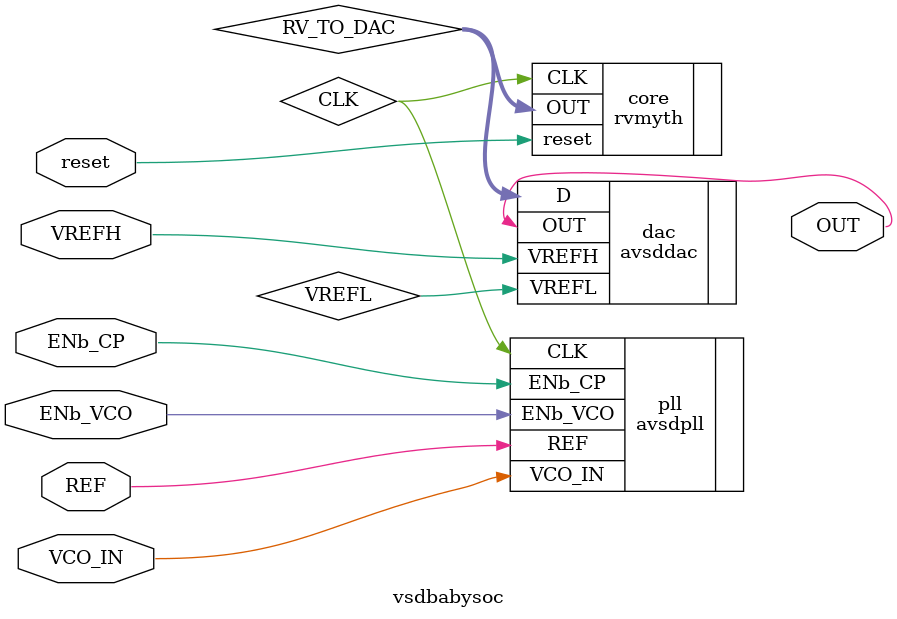
<source format=v>
module vsdbabysoc (
   output wire OUT,
   //
   input  wire reset,
   //
   input  wire VCO_IN,
   input  wire ENb_CP,
   input  wire ENb_VCO,
   input  wire REF,
   //
   // input  wire VREFL,
   input  wire VREFH
);

   wire CLK;
   wire [9:0] RV_TO_DAC;

   rvmyth core (
      .OUT(RV_TO_DAC),
      .CLK(CLK),
      .reset(reset)
   );

   avsdpll pll (
      .CLK(CLK),
      .VCO_IN(VCO_IN),
      .ENb_CP(ENb_CP),
      .ENb_VCO(ENb_VCO),
      .REF(REF)
   );

   avsddac dac (
      .OUT(OUT),
      .D(RV_TO_DAC),
       .VREFL(VREFL),
      .VREFH(VREFH)
   );
   
endmodule

</source>
